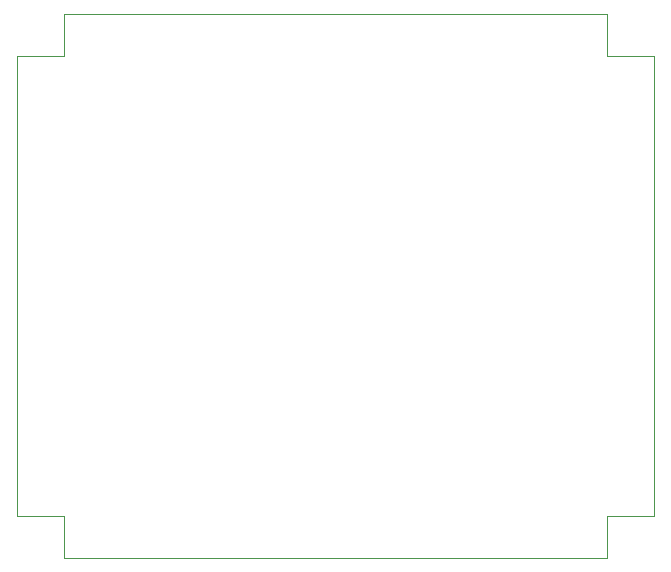
<source format=gm1>
%TF.GenerationSoftware,KiCad,Pcbnew,6.0.2+dfsg-1*%
%TF.CreationDate,2023-09-24T18:39:51+02:00*%
%TF.ProjectId,lampetit-battery,6c616d70-6574-4697-942d-626174746572,rev?*%
%TF.SameCoordinates,Original*%
%TF.FileFunction,Profile,NP*%
%FSLAX46Y46*%
G04 Gerber Fmt 4.6, Leading zero omitted, Abs format (unit mm)*
G04 Created by KiCad (PCBNEW 6.0.2+dfsg-1) date 2023-09-24 18:39:51*
%MOMM*%
%LPD*%
G01*
G04 APERTURE LIST*
%TA.AperFunction,Profile*%
%ADD10C,0.100000*%
%TD*%
G04 APERTURE END LIST*
D10*
X101600000Y-93300000D02*
X101600000Y-54300000D01*
X151600000Y-93300000D02*
X151600000Y-96800000D01*
X105600000Y-54300000D02*
X101600000Y-54300000D01*
X151600000Y-50800000D02*
X151600000Y-54300000D01*
X155600000Y-93300000D02*
X151600000Y-93300000D01*
X105600000Y-50800000D02*
X105600000Y-54300000D01*
X101600000Y-93300000D02*
X105600000Y-93300000D01*
X151600000Y-54300000D02*
X155600000Y-54300000D01*
X155600000Y-54300000D02*
X155600000Y-93300000D01*
X105600000Y-50800000D02*
X151600000Y-50800000D01*
X151600000Y-96800000D02*
X105600000Y-96800000D01*
X105600000Y-93300000D02*
X105600000Y-96800000D01*
M02*

</source>
